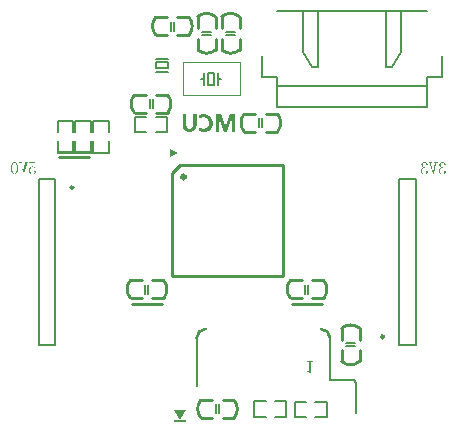
<source format=gbo>
G04*
G04 #@! TF.GenerationSoftware,Altium Limited,Altium Designer,21.2.1 (34)*
G04*
G04 Layer_Color=32896*
%FSLAX25Y25*%
%MOIN*%
G70*
G04*
G04 #@! TF.SameCoordinates,1518C732-DF2A-4DFD-9B87-9E54171A1C2B*
G04*
G04*
G04 #@! TF.FilePolarity,Positive*
G04*
G01*
G75*
%ADD10C,0.01000*%
%ADD11C,0.00984*%
%ADD12C,0.00500*%
%ADD13C,0.00787*%
%ADD14C,0.00800*%
%ADD68C,0.01575*%
%ADD69C,0.00600*%
%ADD70C,0.00394*%
%ADD71R,0.03937X0.00787*%
G36*
X64961Y15748D02*
X61024D01*
X62992Y12205D01*
X64961Y15748D01*
D02*
G37*
G36*
X62402Y101279D02*
X59646Y99902D01*
Y102657D01*
X62402Y101279D01*
D02*
G37*
G36*
X14819Y96120D02*
X14614Y96098D01*
X14553Y96204D01*
X14486Y96287D01*
X14431Y96359D01*
X14375Y96414D01*
X14331Y96453D01*
X14298Y96481D01*
X14270Y96492D01*
X14264Y96498D01*
X14192Y96531D01*
X14115Y96553D01*
X14042Y96570D01*
X13970Y96581D01*
X13909Y96587D01*
X13865Y96592D01*
X13820D01*
X13759Y96587D01*
X13698Y96581D01*
X13593Y96548D01*
X13498Y96498D01*
X13426Y96448D01*
X13365Y96392D01*
X13326Y96342D01*
X13299Y96309D01*
X13293Y96303D01*
Y96298D01*
X13232Y96181D01*
X13188Y96054D01*
X13160Y95926D01*
X13138Y95810D01*
X13127Y95698D01*
X13121Y95654D01*
X13115Y95615D01*
Y95582D01*
Y95560D01*
Y95543D01*
Y95538D01*
Y95432D01*
X13127Y95338D01*
X13132Y95249D01*
X13149Y95160D01*
X13160Y95082D01*
X13176Y95016D01*
X13199Y94949D01*
X13215Y94888D01*
X13232Y94838D01*
X13254Y94794D01*
X13271Y94755D01*
X13282Y94722D01*
X13299Y94700D01*
X13304Y94683D01*
X13315Y94672D01*
Y94666D01*
X13354Y94616D01*
X13398Y94566D01*
X13443Y94527D01*
X13487Y94494D01*
X13582Y94439D01*
X13676Y94405D01*
X13759Y94383D01*
X13826Y94372D01*
X13854Y94367D01*
X13887D01*
X13981Y94372D01*
X14070Y94383D01*
X14153Y94394D01*
X14225Y94411D01*
X14287Y94428D01*
X14331Y94444D01*
X14359Y94450D01*
X14370Y94455D01*
X14442Y94494D01*
X14497Y94538D01*
X14536Y94589D01*
X14564Y94633D01*
X14581Y94672D01*
X14586Y94705D01*
X14592Y94733D01*
Y94738D01*
X14586Y94772D01*
X14581Y94805D01*
X14553Y94866D01*
X14542Y94888D01*
X14531Y94905D01*
X14525Y94916D01*
X14520Y94921D01*
X14497Y94949D01*
X14475Y94982D01*
X14459Y95055D01*
X14453Y95082D01*
X14447Y95110D01*
Y95127D01*
Y95132D01*
X14453Y95188D01*
X14470Y95243D01*
X14481Y95266D01*
X14492Y95282D01*
X14497Y95293D01*
Y95299D01*
X14520Y95332D01*
X14547Y95354D01*
X14575Y95371D01*
X14608Y95382D01*
X14636Y95388D01*
X14664Y95393D01*
X14686D01*
X14736Y95388D01*
X14781Y95377D01*
X14819Y95360D01*
X14847Y95343D01*
X14875Y95321D01*
X14891Y95304D01*
X14903Y95293D01*
X14908Y95288D01*
X14936Y95249D01*
X14953Y95205D01*
X14975Y95121D01*
X14980Y95088D01*
X14986Y95060D01*
Y95044D01*
Y95038D01*
X14980Y94971D01*
X14969Y94910D01*
X14958Y94855D01*
X14936Y94799D01*
X14880Y94694D01*
X14819Y94611D01*
X14764Y94538D01*
X14708Y94489D01*
X14686Y94472D01*
X14675Y94455D01*
X14664Y94450D01*
X14658Y94444D01*
X14597Y94400D01*
X14531Y94367D01*
X14403Y94305D01*
X14281Y94261D01*
X14164Y94233D01*
X14064Y94211D01*
X14020Y94205D01*
X13987D01*
X13953Y94200D01*
X13915D01*
X13804Y94205D01*
X13698Y94217D01*
X13604Y94233D01*
X13515Y94261D01*
X13432Y94289D01*
X13360Y94317D01*
X13293Y94350D01*
X13232Y94389D01*
X13182Y94422D01*
X13138Y94455D01*
X13099Y94483D01*
X13066Y94516D01*
X13043Y94538D01*
X13021Y94555D01*
X13016Y94566D01*
X13010Y94572D01*
X12960Y94644D01*
X12910Y94722D01*
X12871Y94805D01*
X12838Y94888D01*
X12788Y95060D01*
X12755Y95221D01*
X12738Y95293D01*
X12732Y95360D01*
X12727Y95426D01*
X12721Y95477D01*
X12716Y95521D01*
Y95554D01*
Y95576D01*
Y95582D01*
X12721Y95682D01*
X12727Y95782D01*
X12744Y95871D01*
X12760Y95959D01*
X12783Y96037D01*
X12805Y96115D01*
X12832Y96181D01*
X12855Y96242D01*
X12882Y96298D01*
X12910Y96342D01*
X12932Y96387D01*
X12955Y96420D01*
X12971Y96448D01*
X12988Y96464D01*
X12993Y96475D01*
X12999Y96481D01*
X13054Y96542D01*
X13110Y96592D01*
X13171Y96642D01*
X13232Y96681D01*
X13293Y96714D01*
X13354Y96742D01*
X13471Y96781D01*
X13571Y96808D01*
X13615Y96814D01*
X13654Y96820D01*
X13682Y96825D01*
X13726D01*
X13815Y96820D01*
X13893Y96814D01*
X13970Y96803D01*
X14042Y96792D01*
X14098Y96775D01*
X14142Y96764D01*
X14170Y96759D01*
X14181Y96753D01*
X14220Y96736D01*
X14264Y96714D01*
X14348Y96659D01*
X14420Y96598D01*
X14492Y96525D01*
X14553Y96459D01*
X14597Y96403D01*
X14614Y96387D01*
X14625Y96370D01*
X14631Y96359D01*
X14636Y96353D01*
X14542Y97902D01*
X12860D01*
X12788Y98251D01*
X14703D01*
X14819Y96120D01*
D02*
G37*
G36*
X12244Y98113D02*
X12128D01*
X12089Y98107D01*
X12050Y98102D01*
X12022Y98085D01*
X12000Y98074D01*
X11967Y98041D01*
X11955Y98035D01*
Y98030D01*
X11933Y97996D01*
X11917Y97957D01*
X11889Y97874D01*
X11883Y97835D01*
X11878Y97808D01*
X11872Y97785D01*
Y97780D01*
X11006Y94250D01*
X10868D01*
X9908Y97780D01*
X9891Y97846D01*
X9869Y97902D01*
X9847Y97946D01*
X9824Y97979D01*
X9808Y98007D01*
X9791Y98024D01*
X9786Y98035D01*
X9780Y98041D01*
X9747Y98063D01*
X9719Y98085D01*
X9658Y98102D01*
X9636Y98107D01*
X9619Y98113D01*
X9508D01*
Y98251D01*
X10352D01*
Y98113D01*
X10235D01*
X10196Y98102D01*
X10163Y98096D01*
X10141Y98085D01*
X10124Y98074D01*
X10113Y98063D01*
X10107Y98057D01*
Y98052D01*
X10085Y98007D01*
X10080Y97963D01*
X10074Y97935D01*
Y97930D01*
Y97924D01*
X10080Y97880D01*
X10085Y97835D01*
X10091Y97813D01*
Y97796D01*
X10096Y97785D01*
Y97780D01*
X10796Y95116D01*
X10846D01*
X11500Y97852D01*
X11506Y97930D01*
X11500Y97991D01*
Y98013D01*
X11495Y98030D01*
X11489Y98035D01*
Y98041D01*
X11473Y98063D01*
X11451Y98085D01*
X11395Y98102D01*
X11373Y98107D01*
X11351Y98113D01*
X11240D01*
Y98251D01*
X12244D01*
Y98113D01*
D02*
G37*
G36*
X7943Y98296D02*
X8037Y98279D01*
X8126Y98251D01*
X8209Y98213D01*
X8287Y98168D01*
X8359Y98124D01*
X8426Y98074D01*
X8481Y98018D01*
X8537Y97968D01*
X8587Y97913D01*
X8625Y97869D01*
X8659Y97824D01*
X8687Y97785D01*
X8703Y97758D01*
X8714Y97741D01*
X8720Y97735D01*
X8781Y97624D01*
X8831Y97513D01*
X8875Y97391D01*
X8914Y97269D01*
X8947Y97147D01*
X8975Y97019D01*
X8997Y96903D01*
X9014Y96786D01*
X9031Y96681D01*
X9042Y96581D01*
X9047Y96487D01*
X9053Y96409D01*
X9058Y96348D01*
Y96298D01*
Y96270D01*
Y96259D01*
X9053Y96081D01*
X9042Y95909D01*
X9025Y95754D01*
X9003Y95610D01*
X8975Y95471D01*
X8947Y95349D01*
X8914Y95232D01*
X8881Y95132D01*
X8853Y95038D01*
X8820Y94960D01*
X8792Y94894D01*
X8764Y94838D01*
X8742Y94794D01*
X8725Y94766D01*
X8714Y94744D01*
X8709Y94738D01*
X8642Y94644D01*
X8570Y94561D01*
X8498Y94489D01*
X8426Y94428D01*
X8354Y94378D01*
X8281Y94333D01*
X8209Y94294D01*
X8143Y94267D01*
X8082Y94244D01*
X8026Y94228D01*
X7971Y94217D01*
X7926Y94211D01*
X7893Y94205D01*
X7865Y94200D01*
X7843D01*
X7749Y94205D01*
X7660Y94222D01*
X7577Y94250D01*
X7493Y94289D01*
X7421Y94328D01*
X7349Y94372D01*
X7288Y94422D01*
X7227Y94477D01*
X7171Y94527D01*
X7127Y94577D01*
X7088Y94622D01*
X7055Y94666D01*
X7027Y94700D01*
X7011Y94727D01*
X6999Y94744D01*
X6994Y94749D01*
X6933Y94855D01*
X6883Y94971D01*
X6833Y95094D01*
X6794Y95216D01*
X6761Y95343D01*
X6733Y95471D01*
X6711Y95593D01*
X6694Y95710D01*
X6678Y95821D01*
X6666Y95926D01*
X6661Y96020D01*
X6655Y96098D01*
X6650Y96165D01*
Y96215D01*
Y96248D01*
Y96259D01*
X6655Y96437D01*
X6666Y96598D01*
X6683Y96753D01*
X6705Y96897D01*
X6727Y97031D01*
X6761Y97153D01*
X6788Y97269D01*
X6822Y97369D01*
X6855Y97458D01*
X6883Y97536D01*
X6916Y97602D01*
X6938Y97658D01*
X6961Y97702D01*
X6977Y97735D01*
X6988Y97752D01*
X6994Y97758D01*
X7060Y97852D01*
X7127Y97935D01*
X7199Y98007D01*
X7271Y98074D01*
X7338Y98124D01*
X7410Y98168D01*
X7482Y98207D01*
X7543Y98235D01*
X7604Y98257D01*
X7665Y98274D01*
X7715Y98285D01*
X7760Y98296D01*
X7793D01*
X7821Y98301D01*
X7843D01*
X7943Y98296D01*
D02*
G37*
G36*
X150673Y98290D02*
X150806Y98268D01*
X150923Y98229D01*
X151028Y98190D01*
X151112Y98146D01*
X151145Y98129D01*
X151173Y98107D01*
X151195Y98096D01*
X151212Y98085D01*
X151223Y98074D01*
X151228D01*
X151278Y98030D01*
X151328Y97985D01*
X151367Y97941D01*
X151400Y97891D01*
X151456Y97796D01*
X151489Y97708D01*
X151511Y97624D01*
X151522Y97563D01*
X151528Y97536D01*
Y97519D01*
Y97508D01*
Y97502D01*
X151522Y97436D01*
X151517Y97380D01*
X151506Y97336D01*
X151489Y97302D01*
X151472Y97275D01*
X151461Y97258D01*
X151456Y97247D01*
X151450Y97241D01*
X151417Y97219D01*
X151389Y97202D01*
X151328Y97186D01*
X151306Y97180D01*
X151289Y97175D01*
X151273D01*
X151234Y97180D01*
X151200Y97186D01*
X151173Y97197D01*
X151151Y97208D01*
X151123Y97230D01*
X151112Y97241D01*
X151084Y97302D01*
X151067Y97364D01*
X151062Y97391D01*
Y97413D01*
Y97425D01*
Y97430D01*
X151067Y97480D01*
X151084Y97513D01*
X151106Y97541D01*
X151112Y97547D01*
X151128Y97569D01*
X151139Y97602D01*
X151145Y97641D01*
X151151Y97680D01*
X151156Y97719D01*
Y97752D01*
Y97774D01*
Y97780D01*
X151151Y97846D01*
X151128Y97902D01*
X151101Y97946D01*
X151062Y97985D01*
X151028Y98013D01*
X151001Y98035D01*
X150978Y98046D01*
X150973Y98052D01*
X150901Y98079D01*
X150840Y98102D01*
X150779Y98113D01*
X150729Y98124D01*
X150684Y98129D01*
X150651Y98135D01*
X150557D01*
X150490Y98124D01*
X150379Y98096D01*
X150285Y98057D01*
X150207Y98013D01*
X150146Y97963D01*
X150107Y97924D01*
X150079Y97896D01*
X150074Y97891D01*
Y97885D01*
X150013Y97791D01*
X149968Y97691D01*
X149941Y97597D01*
X149918Y97508D01*
X149907Y97430D01*
X149896Y97369D01*
Y97347D01*
Y97330D01*
Y97319D01*
Y97313D01*
X149907Y97175D01*
X149929Y97053D01*
X149968Y96947D01*
X150007Y96859D01*
X150046Y96786D01*
X150085Y96736D01*
X150107Y96709D01*
X150118Y96697D01*
X150163Y96659D01*
X150213Y96625D01*
X150318Y96570D01*
X150435Y96531D01*
X150546Y96503D01*
X150645Y96487D01*
X150690Y96481D01*
X150729D01*
X150762Y96475D01*
X150806D01*
Y96309D01*
X150695D01*
X150595Y96298D01*
X150507Y96287D01*
X150423Y96270D01*
X150346Y96248D01*
X150279Y96226D01*
X150218Y96204D01*
X150168Y96181D01*
X150118Y96154D01*
X150079Y96131D01*
X150051Y96109D01*
X150024Y96087D01*
X150002Y96070D01*
X149990Y96059D01*
X149979Y96054D01*
Y96048D01*
X149902Y95948D01*
X149846Y95837D01*
X149807Y95721D01*
X149780Y95615D01*
X149763Y95521D01*
X149757Y95477D01*
Y95443D01*
X149752Y95410D01*
Y95388D01*
Y95377D01*
Y95371D01*
Y95277D01*
X149763Y95188D01*
X149768Y95110D01*
X149785Y95033D01*
X149802Y94966D01*
X149819Y94905D01*
X149835Y94849D01*
X149857Y94799D01*
X149880Y94755D01*
X149896Y94716D01*
X149913Y94683D01*
X149929Y94655D01*
X149941Y94639D01*
X149952Y94622D01*
X149963Y94616D01*
Y94611D01*
X150007Y94566D01*
X150051Y94533D01*
X150151Y94472D01*
X150257Y94428D01*
X150357Y94400D01*
X150451Y94378D01*
X150490Y94372D01*
X150523D01*
X150557Y94367D01*
X150595D01*
X150673Y94372D01*
X150745Y94383D01*
X150812Y94394D01*
X150867Y94411D01*
X150917Y94428D01*
X150951Y94444D01*
X150978Y94450D01*
X150984Y94455D01*
X151040Y94494D01*
X151084Y94533D01*
X151112Y94572D01*
X151134Y94611D01*
X151145Y94644D01*
X151151Y94672D01*
X151156Y94688D01*
Y94694D01*
X151151Y94749D01*
X151134Y94799D01*
X151123Y94822D01*
X151117Y94838D01*
X151112Y94849D01*
Y94855D01*
X151084Y94916D01*
X151067Y94977D01*
X151062Y95005D01*
Y95027D01*
Y95038D01*
Y95044D01*
Y95071D01*
X151073Y95105D01*
X151089Y95160D01*
X151101Y95182D01*
X151112Y95205D01*
X151117Y95216D01*
X151123Y95221D01*
X151151Y95254D01*
X151178Y95282D01*
X151212Y95299D01*
X151245Y95315D01*
X151273Y95321D01*
X151300Y95327D01*
X151322D01*
X151356Y95321D01*
X151389Y95310D01*
X151450Y95271D01*
X151478Y95249D01*
X151495Y95232D01*
X151506Y95221D01*
X151511Y95216D01*
X151539Y95177D01*
X151561Y95132D01*
X151578Y95094D01*
X151589Y95055D01*
X151594Y95021D01*
X151600Y94994D01*
Y94977D01*
Y94972D01*
X151594Y94916D01*
X151589Y94861D01*
X151556Y94761D01*
X151506Y94666D01*
X151450Y94589D01*
X151395Y94522D01*
X151345Y94472D01*
X151311Y94444D01*
X151306Y94439D01*
X151300Y94433D01*
X151184Y94355D01*
X151056Y94300D01*
X150934Y94256D01*
X150823Y94228D01*
X150723Y94211D01*
X150679Y94206D01*
X150645D01*
X150612Y94200D01*
X150573D01*
X150468Y94206D01*
X150368Y94217D01*
X150274Y94233D01*
X150185Y94256D01*
X150101Y94278D01*
X150029Y94305D01*
X149963Y94339D01*
X149902Y94372D01*
X149846Y94400D01*
X149796Y94433D01*
X149757Y94461D01*
X149724Y94489D01*
X149696Y94505D01*
X149680Y94522D01*
X149669Y94533D01*
X149663Y94538D01*
X149602Y94605D01*
X149552Y94672D01*
X149508Y94738D01*
X149469Y94805D01*
X149435Y94872D01*
X149413Y94933D01*
X149369Y95055D01*
X149358Y95110D01*
X149347Y95166D01*
X149341Y95210D01*
X149336Y95249D01*
X149330Y95277D01*
Y95299D01*
Y95315D01*
Y95321D01*
X149336Y95438D01*
X149358Y95543D01*
X149391Y95649D01*
X149424Y95743D01*
X149458Y95821D01*
X149491Y95882D01*
X149502Y95904D01*
X149513Y95920D01*
X149519Y95926D01*
Y95932D01*
X149558Y95987D01*
X149602Y96043D01*
X149707Y96137D01*
X149824Y96220D01*
X149941Y96292D01*
X150051Y96348D01*
X150096Y96370D01*
X150140Y96392D01*
X150174Y96409D01*
X150201Y96414D01*
X150218Y96425D01*
X150224D01*
X150090Y96475D01*
X149979Y96531D01*
X149885Y96592D01*
X149807Y96648D01*
X149752Y96703D01*
X149707Y96747D01*
X149680Y96775D01*
X149674Y96786D01*
X149613Y96886D01*
X149569Y96986D01*
X149541Y97086D01*
X149519Y97180D01*
X149508Y97264D01*
X149502Y97297D01*
X149497Y97325D01*
Y97352D01*
Y97369D01*
Y97380D01*
Y97386D01*
X149502Y97447D01*
X149508Y97508D01*
X149541Y97619D01*
X149585Y97724D01*
X149635Y97819D01*
X149691Y97896D01*
X149735Y97957D01*
X149752Y97979D01*
X149768Y97996D01*
X149774Y98002D01*
X149780Y98007D01*
X149835Y98057D01*
X149891Y98107D01*
X149952Y98146D01*
X150013Y98179D01*
X150140Y98229D01*
X150257Y98263D01*
X150362Y98285D01*
X150412Y98290D01*
X150451Y98296D01*
X150484Y98301D01*
X150529D01*
X150673Y98290D01*
D02*
G37*
G36*
X144679D02*
X144812Y98268D01*
X144929Y98229D01*
X145034Y98190D01*
X145118Y98146D01*
X145151Y98129D01*
X145179Y98107D01*
X145201Y98096D01*
X145218Y98085D01*
X145229Y98074D01*
X145234D01*
X145284Y98030D01*
X145334Y97985D01*
X145373Y97941D01*
X145406Y97891D01*
X145462Y97796D01*
X145495Y97708D01*
X145517Y97624D01*
X145528Y97563D01*
X145534Y97536D01*
Y97519D01*
Y97508D01*
Y97502D01*
X145528Y97436D01*
X145523Y97380D01*
X145512Y97336D01*
X145495Y97302D01*
X145478Y97275D01*
X145467Y97258D01*
X145462Y97247D01*
X145456Y97241D01*
X145423Y97219D01*
X145395Y97202D01*
X145334Y97186D01*
X145312Y97180D01*
X145295Y97175D01*
X145279D01*
X145240Y97180D01*
X145206Y97186D01*
X145179Y97197D01*
X145156Y97208D01*
X145129Y97230D01*
X145118Y97241D01*
X145090Y97302D01*
X145073Y97364D01*
X145068Y97391D01*
Y97413D01*
Y97425D01*
Y97430D01*
X145073Y97480D01*
X145090Y97513D01*
X145112Y97541D01*
X145118Y97547D01*
X145134Y97569D01*
X145145Y97602D01*
X145151Y97641D01*
X145156Y97680D01*
X145162Y97719D01*
Y97752D01*
Y97774D01*
Y97780D01*
X145156Y97846D01*
X145134Y97902D01*
X145106Y97946D01*
X145068Y97985D01*
X145034Y98013D01*
X145007Y98035D01*
X144984Y98046D01*
X144979Y98052D01*
X144907Y98079D01*
X144846Y98102D01*
X144785Y98113D01*
X144735Y98124D01*
X144690Y98129D01*
X144657Y98135D01*
X144563D01*
X144496Y98124D01*
X144385Y98096D01*
X144291Y98057D01*
X144213Y98013D01*
X144152Y97963D01*
X144113Y97924D01*
X144085Y97896D01*
X144080Y97891D01*
Y97885D01*
X144019Y97791D01*
X143974Y97691D01*
X143947Y97597D01*
X143924Y97508D01*
X143913Y97430D01*
X143902Y97369D01*
Y97347D01*
Y97330D01*
Y97319D01*
Y97313D01*
X143913Y97175D01*
X143935Y97053D01*
X143974Y96947D01*
X144013Y96859D01*
X144052Y96786D01*
X144091Y96736D01*
X144113Y96709D01*
X144124Y96697D01*
X144169Y96659D01*
X144219Y96625D01*
X144324Y96570D01*
X144440Y96531D01*
X144552Y96503D01*
X144651Y96487D01*
X144696Y96481D01*
X144735D01*
X144768Y96475D01*
X144812D01*
Y96309D01*
X144701D01*
X144601Y96298D01*
X144513Y96287D01*
X144429Y96270D01*
X144352Y96248D01*
X144285Y96226D01*
X144224Y96204D01*
X144174Y96181D01*
X144124Y96154D01*
X144085Y96131D01*
X144058Y96109D01*
X144030Y96087D01*
X144008Y96070D01*
X143997Y96059D01*
X143985Y96054D01*
Y96048D01*
X143908Y95948D01*
X143852Y95837D01*
X143813Y95721D01*
X143786Y95615D01*
X143769Y95521D01*
X143763Y95477D01*
Y95443D01*
X143758Y95410D01*
Y95388D01*
Y95377D01*
Y95371D01*
Y95277D01*
X143769Y95188D01*
X143774Y95110D01*
X143791Y95033D01*
X143808Y94966D01*
X143825Y94905D01*
X143841Y94849D01*
X143863Y94799D01*
X143886Y94755D01*
X143902Y94716D01*
X143919Y94683D01*
X143935Y94655D01*
X143947Y94639D01*
X143958Y94622D01*
X143969Y94616D01*
Y94611D01*
X144013Y94566D01*
X144058Y94533D01*
X144157Y94472D01*
X144263Y94428D01*
X144363Y94400D01*
X144457Y94378D01*
X144496Y94372D01*
X144529D01*
X144563Y94367D01*
X144601D01*
X144679Y94372D01*
X144751Y94383D01*
X144818Y94394D01*
X144873Y94411D01*
X144923Y94428D01*
X144957Y94444D01*
X144984Y94450D01*
X144990Y94455D01*
X145045Y94494D01*
X145090Y94533D01*
X145118Y94572D01*
X145140Y94611D01*
X145151Y94644D01*
X145156Y94672D01*
X145162Y94688D01*
Y94694D01*
X145156Y94749D01*
X145140Y94799D01*
X145129Y94822D01*
X145123Y94838D01*
X145118Y94849D01*
Y94855D01*
X145090Y94916D01*
X145073Y94977D01*
X145068Y95005D01*
Y95027D01*
Y95038D01*
Y95044D01*
Y95071D01*
X145079Y95105D01*
X145095Y95160D01*
X145106Y95182D01*
X145118Y95205D01*
X145123Y95216D01*
X145129Y95221D01*
X145156Y95254D01*
X145184Y95282D01*
X145218Y95299D01*
X145251Y95315D01*
X145279Y95321D01*
X145306Y95327D01*
X145328D01*
X145362Y95321D01*
X145395Y95310D01*
X145456Y95271D01*
X145484Y95249D01*
X145501Y95232D01*
X145512Y95221D01*
X145517Y95216D01*
X145545Y95177D01*
X145567Y95132D01*
X145584Y95094D01*
X145595Y95055D01*
X145600Y95021D01*
X145606Y94994D01*
Y94977D01*
Y94972D01*
X145600Y94916D01*
X145595Y94861D01*
X145562Y94761D01*
X145512Y94666D01*
X145456Y94589D01*
X145401Y94522D01*
X145351Y94472D01*
X145317Y94444D01*
X145312Y94439D01*
X145306Y94433D01*
X145190Y94355D01*
X145062Y94300D01*
X144940Y94256D01*
X144829Y94228D01*
X144729Y94211D01*
X144685Y94206D01*
X144651D01*
X144618Y94200D01*
X144579D01*
X144474Y94206D01*
X144374Y94217D01*
X144280Y94233D01*
X144191Y94256D01*
X144107Y94278D01*
X144035Y94305D01*
X143969Y94339D01*
X143908Y94372D01*
X143852Y94400D01*
X143802Y94433D01*
X143763Y94461D01*
X143730Y94489D01*
X143702Y94505D01*
X143686Y94522D01*
X143675Y94533D01*
X143669Y94538D01*
X143608Y94605D01*
X143558Y94672D01*
X143514Y94738D01*
X143475Y94805D01*
X143441Y94872D01*
X143419Y94933D01*
X143375Y95055D01*
X143364Y95110D01*
X143353Y95166D01*
X143347Y95210D01*
X143342Y95249D01*
X143336Y95277D01*
Y95299D01*
Y95315D01*
Y95321D01*
X143342Y95438D01*
X143364Y95543D01*
X143397Y95649D01*
X143430Y95743D01*
X143464Y95821D01*
X143497Y95882D01*
X143508Y95904D01*
X143519Y95920D01*
X143525Y95926D01*
Y95932D01*
X143564Y95987D01*
X143608Y96043D01*
X143713Y96137D01*
X143830Y96220D01*
X143947Y96292D01*
X144058Y96348D01*
X144102Y96370D01*
X144146Y96392D01*
X144180Y96409D01*
X144207Y96414D01*
X144224Y96425D01*
X144230D01*
X144096Y96475D01*
X143985Y96531D01*
X143891Y96592D01*
X143813Y96648D01*
X143758Y96703D01*
X143713Y96747D01*
X143686Y96775D01*
X143680Y96786D01*
X143619Y96886D01*
X143575Y96986D01*
X143547Y97086D01*
X143525Y97180D01*
X143514Y97264D01*
X143508Y97297D01*
X143502Y97325D01*
Y97352D01*
Y97369D01*
Y97380D01*
Y97386D01*
X143508Y97447D01*
X143514Y97508D01*
X143547Y97619D01*
X143591Y97724D01*
X143641Y97819D01*
X143697Y97896D01*
X143741Y97957D01*
X143758Y97979D01*
X143774Y97996D01*
X143780Y98002D01*
X143786Y98007D01*
X143841Y98057D01*
X143897Y98107D01*
X143958Y98146D01*
X144019Y98179D01*
X144146Y98229D01*
X144263Y98263D01*
X144368Y98285D01*
X144418Y98290D01*
X144457Y98296D01*
X144491Y98301D01*
X144535D01*
X144679Y98290D01*
D02*
G37*
G36*
X148858Y98113D02*
X148742D01*
X148703Y98107D01*
X148664Y98102D01*
X148636Y98085D01*
X148614Y98074D01*
X148581Y98041D01*
X148570Y98035D01*
Y98030D01*
X148547Y97996D01*
X148531Y97957D01*
X148503Y97874D01*
X148498Y97835D01*
X148492Y97808D01*
X148486Y97785D01*
Y97780D01*
X147621Y94250D01*
X147482D01*
X146522Y97780D01*
X146505Y97846D01*
X146483Y97902D01*
X146461Y97946D01*
X146439Y97979D01*
X146422Y98007D01*
X146405Y98024D01*
X146400Y98035D01*
X146394Y98041D01*
X146361Y98063D01*
X146333Y98085D01*
X146272Y98102D01*
X146250Y98107D01*
X146233Y98113D01*
X146122D01*
Y98251D01*
X146966D01*
Y98113D01*
X146849D01*
X146810Y98102D01*
X146777Y98096D01*
X146755Y98085D01*
X146738Y98074D01*
X146727Y98063D01*
X146722Y98057D01*
Y98052D01*
X146699Y98007D01*
X146694Y97963D01*
X146688Y97935D01*
Y97930D01*
Y97924D01*
X146694Y97880D01*
X146699Y97835D01*
X146705Y97813D01*
Y97796D01*
X146710Y97785D01*
Y97780D01*
X147410Y95116D01*
X147460D01*
X148115Y97852D01*
X148120Y97930D01*
X148115Y97991D01*
Y98013D01*
X148109Y98030D01*
X148103Y98035D01*
Y98041D01*
X148087Y98063D01*
X148065Y98085D01*
X148009Y98102D01*
X147987Y98107D01*
X147965Y98113D01*
X147854D01*
Y98251D01*
X148858D01*
Y98113D01*
D02*
G37*
G36*
X107236Y31751D02*
X106947D01*
X106881Y31745D01*
X106825Y31740D01*
X106781Y31729D01*
X106742Y31712D01*
X106709Y31701D01*
X106686Y31690D01*
X106675Y31684D01*
X106670Y31679D01*
X106637Y31646D01*
X106614Y31607D01*
X106598Y31568D01*
X106587Y31529D01*
X106581Y31496D01*
X106576Y31468D01*
Y31446D01*
Y31440D01*
Y27899D01*
X106381D01*
X106342Y27972D01*
X106298Y28032D01*
X106259Y28082D01*
X106215Y28121D01*
X106181Y28149D01*
X106154Y28171D01*
X106131Y28182D01*
X106126Y28188D01*
X106065Y28216D01*
X105998Y28232D01*
X105926Y28249D01*
X105859Y28255D01*
X105798Y28260D01*
X105754Y28266D01*
X105443D01*
Y28521D01*
X105915D01*
X105971Y28526D01*
X106015Y28543D01*
X106037Y28560D01*
X106043Y28565D01*
X106070Y28599D01*
X106081Y28632D01*
X106087Y28660D01*
Y28665D01*
Y28671D01*
Y31440D01*
X106081Y31496D01*
X106076Y31546D01*
X106059Y31585D01*
X106043Y31618D01*
X106026Y31646D01*
X106015Y31662D01*
X106004Y31673D01*
X105998Y31679D01*
X105959Y31701D01*
X105921Y31718D01*
X105821Y31740D01*
X105782Y31745D01*
X105743Y31751D01*
X105443D01*
Y32006D01*
X107236D01*
Y31751D01*
D02*
G37*
G36*
X81374Y108466D02*
X80273D01*
Y111695D01*
Y111963D01*
X80282Y112231D01*
X80292Y112472D01*
Y112694D01*
X80301Y112795D01*
Y112879D01*
X80310Y112962D01*
Y113027D01*
X80319Y113073D01*
Y113119D01*
Y113138D01*
Y113147D01*
X80292D01*
X80264Y113036D01*
X80246Y112934D01*
X80227Y112842D01*
X80208Y112759D01*
X80190Y112685D01*
X80172Y112620D01*
X80153Y112518D01*
X80134Y112444D01*
X80116Y112398D01*
X80107Y112379D01*
Y112370D01*
X78673Y108466D01*
X77702D01*
X76296Y112407D01*
X76268Y112490D01*
X76240Y112601D01*
X76213Y112722D01*
X76185Y112851D01*
X76157Y112962D01*
X76139Y113055D01*
X76129Y113092D01*
X76120Y113119D01*
Y113138D01*
Y113147D01*
X76083D01*
X76101Y112888D01*
X76111Y112647D01*
X76129Y112444D01*
Y112268D01*
X76139Y112129D01*
Y112074D01*
Y112019D01*
Y111981D01*
Y111954D01*
Y111944D01*
Y111935D01*
Y108466D01*
X74927D01*
Y114183D01*
X76657D01*
X77896Y110733D01*
X77942Y110603D01*
X77979Y110465D01*
X78026Y110326D01*
X78053Y110196D01*
X78081Y110085D01*
X78109Y110002D01*
X78118Y109965D01*
Y109937D01*
X78127Y109928D01*
Y109919D01*
X78155D01*
X78183Y110067D01*
X78211Y110205D01*
X78247Y110344D01*
X78285Y110465D01*
X78312Y110566D01*
X78340Y110650D01*
X78359Y110705D01*
X78368Y110723D01*
X79598Y114183D01*
X81374D01*
Y108466D01*
D02*
G37*
G36*
X71162Y114276D02*
X71393Y114248D01*
X71615Y114201D01*
X71819Y114146D01*
X72013Y114081D01*
X72198Y114007D01*
X72364Y113933D01*
X72513Y113850D01*
X72642Y113767D01*
X72762Y113693D01*
X72864Y113619D01*
X72947Y113554D01*
X73021Y113498D01*
X73067Y113452D01*
X73095Y113425D01*
X73105Y113415D01*
X73252Y113249D01*
X73382Y113073D01*
X73502Y112888D01*
X73595Y112703D01*
X73678Y112518D01*
X73752Y112333D01*
X73808Y112157D01*
X73844Y111981D01*
X73882Y111824D01*
X73909Y111667D01*
X73928Y111538D01*
X73946Y111417D01*
Y111325D01*
X73956Y111260D01*
Y111214D01*
Y111195D01*
X73946Y110964D01*
X73918Y110742D01*
X73882Y110529D01*
X73835Y110335D01*
X73780Y110150D01*
X73715Y109984D01*
X73650Y109826D01*
X73576Y109687D01*
X73502Y109558D01*
X73438Y109456D01*
X73373Y109364D01*
X73317Y109281D01*
X73271Y109225D01*
X73225Y109179D01*
X73206Y109151D01*
X73197Y109142D01*
X73049Y109003D01*
X72892Y108892D01*
X72725Y108790D01*
X72559Y108698D01*
X72383Y108624D01*
X72216Y108559D01*
X72050Y108513D01*
X71883Y108466D01*
X71736Y108439D01*
X71597Y108411D01*
X71467Y108402D01*
X71356Y108383D01*
X71264D01*
X71199Y108374D01*
X70959D01*
X70783Y108383D01*
X70616Y108402D01*
X70459Y108420D01*
X70320Y108439D01*
X70182Y108466D01*
X70061Y108494D01*
X69950Y108522D01*
X69849Y108550D01*
X69765Y108578D01*
X69691Y108605D01*
X69626Y108624D01*
X69580Y108642D01*
X69543Y108661D01*
X69525Y108670D01*
X69516D01*
Y109789D01*
X69756Y109669D01*
X69997Y109576D01*
X70228Y109512D01*
X70441Y109466D01*
X70542Y109447D01*
X70626Y109438D01*
X70709Y109429D01*
X70774D01*
X70829Y109419D01*
X70903D01*
X71051Y109429D01*
X71190Y109438D01*
X71449Y109502D01*
X71671Y109576D01*
X71763Y109623D01*
X71856Y109678D01*
X71930Y109724D01*
X72004Y109771D01*
X72059Y109808D01*
X72105Y109845D01*
X72152Y109882D01*
X72180Y109909D01*
X72189Y109919D01*
X72198Y109928D01*
X72281Y110030D01*
X72355Y110132D01*
X72420Y110242D01*
X72466Y110363D01*
X72559Y110585D01*
X72614Y110807D01*
X72633Y110899D01*
X72642Y110992D01*
X72651Y111075D01*
X72660Y111149D01*
X72670Y111205D01*
Y111251D01*
Y111278D01*
Y111288D01*
X72660Y111445D01*
X72651Y111602D01*
X72596Y111871D01*
X72549Y112000D01*
X72513Y112111D01*
X72466Y112213D01*
X72420Y112314D01*
X72374Y112398D01*
X72328Y112472D01*
X72281Y112537D01*
X72244Y112592D01*
X72216Y112629D01*
X72189Y112657D01*
X72180Y112675D01*
X72170Y112685D01*
X72069Y112777D01*
X71967Y112860D01*
X71865Y112934D01*
X71754Y112999D01*
X71634Y113045D01*
X71523Y113092D01*
X71310Y113156D01*
X71218Y113175D01*
X71125Y113193D01*
X71042Y113203D01*
X70968Y113212D01*
X70912Y113221D01*
X70829D01*
X70561Y113203D01*
X70311Y113165D01*
X70089Y113119D01*
X69895Y113055D01*
X69811Y113027D01*
X69737Y112990D01*
X69673Y112962D01*
X69617Y112943D01*
X69571Y112916D01*
X69543Y112907D01*
X69525Y112888D01*
X69516D01*
Y114063D01*
X69737Y114137D01*
X69969Y114192D01*
X70209Y114229D01*
X70422Y114257D01*
X70524Y114266D01*
X70616Y114276D01*
X70700D01*
X70774Y114285D01*
X70912D01*
X71162Y114276D01*
D02*
G37*
G36*
X68554Y110853D02*
X68544Y110631D01*
X68526Y110418D01*
X68498Y110224D01*
X68452Y110039D01*
X68405Y109863D01*
X68341Y109706D01*
X68276Y109558D01*
X68193Y109419D01*
X68110Y109299D01*
X68017Y109179D01*
X67924Y109077D01*
X67823Y108975D01*
X67619Y108818D01*
X67406Y108688D01*
X67194Y108578D01*
X66981Y108503D01*
X66787Y108448D01*
X66620Y108411D01*
X66472Y108393D01*
X66408Y108383D01*
X66361D01*
X66315Y108374D01*
X66259D01*
X66047Y108383D01*
X65843Y108402D01*
X65649Y108439D01*
X65473Y108485D01*
X65307Y108540D01*
X65159Y108615D01*
X65020Y108688D01*
X64881Y108772D01*
X64761Y108864D01*
X64650Y108966D01*
X64557Y109068D01*
X64465Y109179D01*
X64308Y109410D01*
X64178Y109651D01*
X64077Y109891D01*
X64012Y110122D01*
X63956Y110335D01*
X63919Y110529D01*
X63910Y110612D01*
X63901Y110696D01*
X63892Y110760D01*
X63882Y110816D01*
Y110862D01*
Y110899D01*
Y110918D01*
Y110927D01*
Y114183D01*
X65103D01*
Y110798D01*
X65113Y110557D01*
X65149Y110344D01*
X65205Y110159D01*
X65279Y110002D01*
X65362Y109863D01*
X65455Y109752D01*
X65547Y109669D01*
X65649Y109595D01*
X65760Y109539D01*
X65852Y109493D01*
X65945Y109466D01*
X66028Y109438D01*
X66102Y109429D01*
X66158Y109419D01*
X66204D01*
X66398Y109438D01*
X66574Y109484D01*
X66731Y109549D01*
X66852Y109641D01*
X66962Y109752D01*
X67055Y109872D01*
X67129Y110002D01*
X67194Y110141D01*
X67240Y110270D01*
X67277Y110400D01*
X67295Y110520D01*
X67314Y110631D01*
X67323Y110723D01*
X67333Y110788D01*
Y110835D01*
Y110853D01*
Y114183D01*
X68554D01*
Y110853D01*
D02*
G37*
%LPC*%
G36*
X7860Y98113D02*
X7843D01*
X7776Y98107D01*
X7710Y98090D01*
X7654Y98068D01*
X7599Y98035D01*
X7549Y97996D01*
X7504Y97952D01*
X7421Y97863D01*
X7360Y97769D01*
X7338Y97724D01*
X7316Y97685D01*
X7305Y97652D01*
X7294Y97630D01*
X7282Y97613D01*
Y97608D01*
X7249Y97508D01*
X7221Y97402D01*
X7171Y97186D01*
X7138Y96958D01*
X7127Y96847D01*
X7116Y96742D01*
X7110Y96642D01*
X7105Y96553D01*
X7099Y96470D01*
X7094Y96398D01*
Y96342D01*
Y96298D01*
Y96270D01*
Y96259D01*
Y96098D01*
X7105Y95943D01*
X7110Y95804D01*
X7127Y95671D01*
X7138Y95543D01*
X7155Y95432D01*
X7177Y95327D01*
X7194Y95238D01*
X7210Y95155D01*
X7232Y95082D01*
X7249Y95021D01*
X7260Y94966D01*
X7277Y94927D01*
X7282Y94899D01*
X7294Y94883D01*
Y94877D01*
X7332Y94794D01*
X7377Y94716D01*
X7416Y94649D01*
X7466Y94594D01*
X7510Y94550D01*
X7554Y94511D01*
X7599Y94477D01*
X7643Y94450D01*
X7682Y94428D01*
X7721Y94416D01*
X7788Y94394D01*
X7810D01*
X7826Y94389D01*
X7843D01*
X7904Y94394D01*
X7959Y94411D01*
X8015Y94433D01*
X8065Y94466D01*
X8115Y94500D01*
X8159Y94544D01*
X8243Y94633D01*
X8304Y94722D01*
X8331Y94766D01*
X8354Y94799D01*
X8370Y94833D01*
X8381Y94855D01*
X8392Y94871D01*
Y94877D01*
X8431Y94971D01*
X8465Y95077D01*
X8520Y95299D01*
X8559Y95532D01*
X8576Y95643D01*
X8587Y95754D01*
X8598Y95859D01*
X8603Y95954D01*
X8609Y96037D01*
Y96115D01*
X8614Y96176D01*
Y96220D01*
Y96248D01*
Y96259D01*
Y96414D01*
X8603Y96559D01*
X8592Y96697D01*
X8581Y96825D01*
X8564Y96947D01*
X8542Y97058D01*
X8526Y97158D01*
X8503Y97253D01*
X8481Y97330D01*
X8465Y97402D01*
X8442Y97463D01*
X8426Y97513D01*
X8415Y97558D01*
X8404Y97585D01*
X8392Y97602D01*
Y97608D01*
X8348Y97697D01*
X8304Y97774D01*
X8259Y97841D01*
X8215Y97902D01*
X8165Y97946D01*
X8121Y97991D01*
X8076Y98024D01*
X8032Y98052D01*
X7993Y98068D01*
X7959Y98085D01*
X7898Y98107D01*
X7876D01*
X7860Y98113D01*
D02*
G37*
%LPD*%
D10*
X82774Y146806D02*
G03*
X76918Y146754I-2897J-3545D01*
G01*
X76974Y135606D02*
G03*
X82830Y135659I2897J3545D01*
G01*
X74774Y146806D02*
G03*
X68918Y146754I-2897J-3545D01*
G01*
X68974Y135606D02*
G03*
X74830Y135659I2897J3545D01*
G01*
X46424Y58774D02*
G03*
X46476Y52918I3545J-2897D01*
G01*
X57624Y52974D02*
G03*
X57572Y58830I-3545J2897D01*
G01*
X58974Y114806D02*
G03*
X58922Y120662I-3545J2897D01*
G01*
X47774Y120606D02*
G03*
X47826Y114751I3545J-2897D01*
G01*
X54874Y146506D02*
G03*
X54926Y140651I3545J-2897D01*
G01*
X66074Y140706D02*
G03*
X66022Y146562I-3545J2897D01*
G01*
X71527Y42606D02*
G03*
X68574Y39654I0J-2953D01*
G01*
X112984D02*
G03*
X110031Y42606I-2953J0D01*
G01*
X122774Y42974D02*
G03*
X116918Y42922I-2897J-3545D01*
G01*
X116974Y31774D02*
G03*
X122830Y31826I2897J3545D01*
G01*
X95574Y108474D02*
G03*
X95522Y114330I-3545J2897D01*
G01*
X84374Y114274D02*
G03*
X84426Y108418I3545J-2897D01*
G01*
X110974Y52974D02*
G03*
X110922Y58830I-3545J2897D01*
G01*
X99774Y58774D02*
G03*
X99826Y52918I3545J-2897D01*
G01*
X81121Y13101D02*
G03*
X81069Y18957I-3545J2897D01*
G01*
X69921Y18901D02*
G03*
X69973Y13045I3545J-2897D01*
G01*
X76874Y135706D02*
Y139406D01*
X82874Y135706D02*
Y139406D01*
Y142906D02*
Y146706D01*
X76874Y142906D02*
Y146606D01*
X68874Y135706D02*
Y139406D01*
X74874Y135706D02*
Y139406D01*
Y142906D02*
Y146706D01*
X68874Y142906D02*
Y146606D01*
X53724Y58874D02*
X57424D01*
X53724Y52874D02*
X57524D01*
X46524D02*
X50224D01*
X46524Y58874D02*
X50224D01*
X47974Y114706D02*
X51674D01*
X47874Y120706D02*
X51674D01*
X55174D02*
X58874D01*
X55174Y114706D02*
X58874D01*
X62174Y146606D02*
X65874D01*
X62174Y140606D02*
X65974D01*
X54974D02*
X58674D01*
X54974Y146606D02*
X58674D01*
X116874Y31874D02*
Y35574D01*
X122874Y31874D02*
Y35574D01*
Y39074D02*
Y42874D01*
X116874Y39074D02*
Y42774D01*
X100374Y50874D02*
X110374D01*
X46874Y50874D02*
X56874D01*
X60236Y60236D02*
Y94488D01*
X62992Y97244D01*
X97244D01*
X60236Y60236D02*
X97244D01*
Y97244D01*
X22674Y99906D02*
X32674D01*
X22374Y101606D02*
X33374D01*
X84474Y114374D02*
X88174D01*
X84474Y108374D02*
X88174D01*
X91674D02*
X95474D01*
X91674Y114374D02*
X95374D01*
X99874Y58874D02*
X103574D01*
X99874Y52874D02*
X103574D01*
X107074D02*
X110874D01*
X107074Y58874D02*
X110774D01*
X70021Y19001D02*
X73721D01*
X70021Y13001D02*
X73721D01*
X77221D02*
X81021D01*
X77221Y19001D02*
X80921D01*
D11*
X131004Y40059D02*
G03*
X131004Y40059I-492J0D01*
G01*
X27461Y89862D02*
G03*
X27461Y89862I-492J0D01*
G01*
D12*
X78391Y141643D02*
X81344D01*
X78391Y140659D02*
X81344D01*
X70391Y141643D02*
X73344D01*
X70391Y140659D02*
X73344D01*
X51477Y54404D02*
Y57357D01*
X52461Y54404D02*
Y57357D01*
X53921Y116223D02*
Y119176D01*
X52937Y116223D02*
Y119176D01*
X59927Y142137D02*
Y145089D01*
X60911Y142137D02*
Y145089D01*
X118391Y37811D02*
X121344D01*
X118391Y36827D02*
X121344D01*
X90411Y109904D02*
Y112857D01*
X89427Y109904D02*
Y112857D01*
X105811Y54404D02*
Y57357D01*
X104827Y54404D02*
Y57357D01*
X75958Y14531D02*
Y17484D01*
X74974Y14531D02*
Y17484D01*
D13*
X48059Y108287D02*
Y113406D01*
X58689Y108287D02*
Y113406D01*
X54949D02*
X58689D01*
X48059D02*
X51799D01*
X54949Y108287D02*
X58689D01*
X48059D02*
X51799D01*
X101284Y13287D02*
X105024D01*
X108173D02*
X111913D01*
X101284Y18406D02*
X105024D01*
X108173D02*
X111913D01*
Y13287D02*
Y18406D01*
X101284Y13287D02*
Y18406D01*
X136024Y37205D02*
Y92716D01*
X141535Y37205D02*
Y92716D01*
X136024Y37205D02*
X141535D01*
X136024Y92716D02*
X141535D01*
X15945Y37205D02*
X21457D01*
X15945Y92716D02*
X21457D01*
X15945Y37205D02*
Y92716D01*
X21457Y37205D02*
Y92716D01*
X39265Y101449D02*
Y105189D01*
Y108339D02*
Y112079D01*
X34146Y101449D02*
Y105189D01*
Y108339D02*
Y112079D01*
X39265D01*
X34146Y101449D02*
X39265D01*
X27359D02*
Y105189D01*
Y108339D02*
Y112079D01*
X22241Y101449D02*
Y105189D01*
Y108339D02*
Y112079D01*
X27359D01*
X22241Y101449D02*
X27359D01*
X33265D02*
Y105189D01*
Y108339D02*
Y112079D01*
X28146Y101449D02*
Y105189D01*
Y108339D02*
Y112079D01*
X33265D01*
X28146Y101449D02*
X33265D01*
X87809Y13442D02*
X91550D01*
X94699D02*
X98439D01*
X87809Y18560D02*
X91550D01*
X94699D02*
X98439D01*
Y13442D02*
Y18560D01*
X87809Y13442D02*
Y18560D01*
X145374Y116606D02*
Y126559D01*
X95374Y116606D02*
Y126559D01*
X131595Y130102D02*
Y148606D01*
Y130102D02*
X133595D01*
X136594Y135102D01*
Y148606D01*
X104154Y135102D02*
Y148606D01*
Y135102D02*
X107153Y130102D01*
X109153D01*
Y148606D01*
X95374Y123606D02*
X145374D01*
X150374Y126559D02*
Y133606D01*
X145374Y126559D02*
X150374D01*
X90374D02*
Y133606D01*
Y126559D02*
X95374D01*
Y116606D02*
X145374D01*
X95374Y148606D02*
X145374D01*
D14*
X68574Y23538D02*
Y40638D01*
X112984Y25677D02*
Y40638D01*
Y25677D02*
X120858D01*
X121803Y24732D01*
Y14731D02*
Y24732D01*
D68*
X64567Y93307D02*
G03*
X64567Y93307I-394J0D01*
G01*
D69*
X75578Y126106D02*
X76578D01*
X70178D02*
X71178D01*
Y124106D02*
Y128106D01*
X75578Y124106D02*
Y128106D01*
X72378D02*
X74378D01*
X72378Y124106D02*
Y128106D01*
Y124106D02*
X74378D01*
Y128106D01*
X54874Y128406D02*
X58874D01*
X54874Y132806D02*
X58874D01*
X54874Y129606D02*
Y131606D01*
Y129606D02*
X58874D01*
Y131606D01*
X54874D02*
X58874D01*
D70*
X63878Y131506D02*
X82878D01*
X63878Y120706D02*
Y131506D01*
X82878Y120706D02*
Y131506D01*
X63878Y120706D02*
X82878D01*
D71*
X62992Y11811D02*
D03*
M02*

</source>
